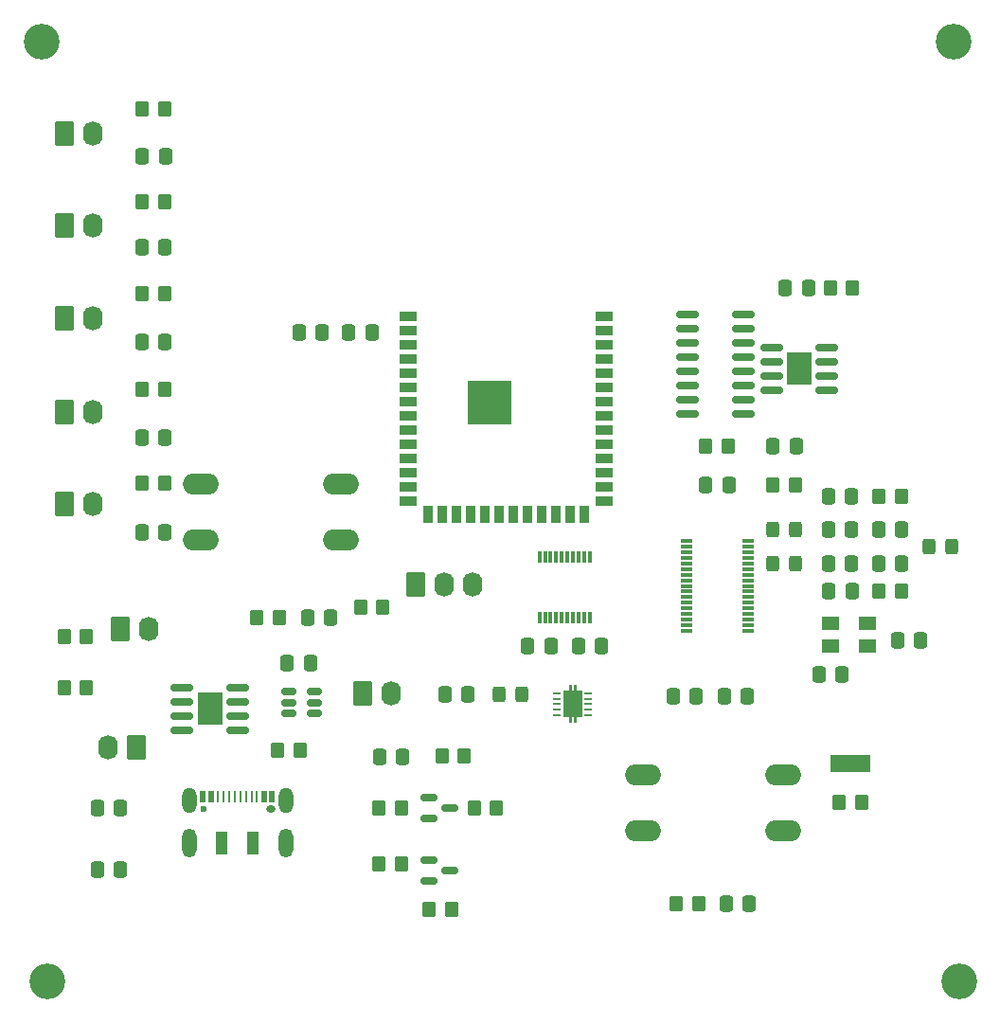
<source format=gbr>
%TF.GenerationSoftware,KiCad,Pcbnew,9.0.0*%
%TF.CreationDate,2025-03-06T16:27:16-06:00*%
%TF.ProjectId,445 Design Document Schematic,34343520-4465-4736-9967-6e20446f6375,rev?*%
%TF.SameCoordinates,Original*%
%TF.FileFunction,Soldermask,Top*%
%TF.FilePolarity,Negative*%
%FSLAX46Y46*%
G04 Gerber Fmt 4.6, Leading zero omitted, Abs format (unit mm)*
G04 Created by KiCad (PCBNEW 9.0.0) date 2025-03-06 16:27:16*
%MOMM*%
%LPD*%
G01*
G04 APERTURE LIST*
G04 Aperture macros list*
%AMRoundRect*
0 Rectangle with rounded corners*
0 $1 Rounding radius*
0 $2 $3 $4 $5 $6 $7 $8 $9 X,Y pos of 4 corners*
0 Add a 4 corners polygon primitive as box body*
4,1,4,$2,$3,$4,$5,$6,$7,$8,$9,$2,$3,0*
0 Add four circle primitives for the rounded corners*
1,1,$1+$1,$2,$3*
1,1,$1+$1,$4,$5*
1,1,$1+$1,$6,$7*
1,1,$1+$1,$8,$9*
0 Add four rect primitives between the rounded corners*
20,1,$1+$1,$2,$3,$4,$5,0*
20,1,$1+$1,$4,$5,$6,$7,0*
20,1,$1+$1,$6,$7,$8,$9,0*
20,1,$1+$1,$8,$9,$2,$3,0*%
%AMFreePoly0*
4,1,21,-0.125000,1.200000,0.125000,1.200000,0.125000,1.700000,0.375000,1.700000,0.375000,1.200000,0.825000,1.200000,0.825000,-1.200000,0.375000,-1.200000,0.375000,-1.700000,0.125000,-1.700000,0.125000,-1.200000,-0.125000,-1.200000,-0.125000,-1.700000,-0.375000,-1.700000,-0.375000,-1.200000,-0.825000,-1.200000,-0.825000,1.200000,-0.375000,1.200000,-0.375000,1.700000,-0.125000,1.700000,
-0.125000,1.200000,-0.125000,1.200000,$1*%
G04 Aperture macros list end*
%ADD10R,1.500000X0.900000*%
%ADD11R,0.900000X1.500000*%
%ADD12C,0.600000*%
%ADD13R,3.900000X3.900000*%
%ADD14R,1.000000X1.500000*%
%ADD15RoundRect,0.250000X-0.350000X-0.450000X0.350000X-0.450000X0.350000X0.450000X-0.350000X0.450000X0*%
%ADD16O,3.200000X1.900000*%
%ADD17RoundRect,0.250000X-0.337500X-0.475000X0.337500X-0.475000X0.337500X0.475000X-0.337500X0.475000X0*%
%ADD18R,0.300000X1.100000*%
%ADD19O,1.740000X2.190000*%
%ADD20RoundRect,0.250000X-0.620000X-0.845000X0.620000X-0.845000X0.620000X0.845000X-0.620000X0.845000X0*%
%ADD21RoundRect,0.250000X0.350000X0.450000X-0.350000X0.450000X-0.350000X-0.450000X0.350000X-0.450000X0*%
%ADD22R,2.290000X3.000000*%
%ADD23RoundRect,0.150000X0.825000X0.150000X-0.825000X0.150000X-0.825000X-0.150000X0.825000X-0.150000X0*%
%ADD24RoundRect,0.060000X-0.240000X-0.060000X0.240000X-0.060000X0.240000X0.060000X-0.240000X0.060000X0*%
%ADD25FreePoly0,0.000000*%
%ADD26RoundRect,0.250000X-0.325000X-0.450000X0.325000X-0.450000X0.325000X0.450000X-0.325000X0.450000X0*%
%ADD27RoundRect,0.150000X0.512500X0.150000X-0.512500X0.150000X-0.512500X-0.150000X0.512500X-0.150000X0*%
%ADD28RoundRect,0.250000X0.620000X0.845000X-0.620000X0.845000X-0.620000X-0.845000X0.620000X-0.845000X0*%
%ADD29RoundRect,0.250000X0.337500X0.475000X-0.337500X0.475000X-0.337500X-0.475000X0.337500X-0.475000X0*%
%ADD30R,1.100000X0.300000*%
%ADD31C,3.200000*%
%ADD32R,1.600000X1.300000*%
%ADD33RoundRect,0.150000X-0.587500X-0.150000X0.587500X-0.150000X0.587500X0.150000X-0.587500X0.150000X0*%
%ADD34RoundRect,0.150000X-0.825000X-0.150000X0.825000X-0.150000X0.825000X0.150000X-0.825000X0.150000X0*%
%ADD35O,1.300000X2.600000*%
%ADD36O,1.300000X2.300000*%
%ADD37R,0.520000X1.000000*%
%ADD38R,0.270000X1.000000*%
%ADD39O,0.850000X0.600000*%
%ADD40R,1.000000X2.000000*%
G04 APERTURE END LIST*
%TO.C,JP1*%
G36*
X158500000Y-99250000D02*
G01*
X160100000Y-99250000D01*
X160100000Y-100750000D01*
X158500000Y-100750000D01*
X158500000Y-99250000D01*
G37*
%TD*%
D10*
%TO.C,U5*%
X119750000Y-60000000D03*
X119750000Y-61270000D03*
X119750000Y-62540000D03*
X119750000Y-63810000D03*
X119750000Y-65080000D03*
X119750000Y-66350000D03*
X119750000Y-67620000D03*
X119750000Y-68890000D03*
X119750000Y-70160000D03*
X119750000Y-71430000D03*
X119750000Y-72700000D03*
X119750000Y-73970000D03*
X119750000Y-75240000D03*
X119750000Y-76510000D03*
D11*
X121515000Y-77760000D03*
X122785000Y-77760000D03*
X124055000Y-77760000D03*
X125325000Y-77760000D03*
X126595000Y-77760000D03*
X127865000Y-77760000D03*
X129135000Y-77760000D03*
X130405000Y-77760000D03*
X131675000Y-77760000D03*
X132945000Y-77760000D03*
X134215000Y-77760000D03*
X135485000Y-77760000D03*
D10*
X137250000Y-76510000D03*
X137250000Y-75240000D03*
X137250000Y-73970000D03*
X137250000Y-72700000D03*
X137250000Y-71430000D03*
X137250000Y-70160000D03*
X137250000Y-68890000D03*
X137250000Y-67620000D03*
X137250000Y-66350000D03*
X137250000Y-65080000D03*
X137250000Y-63810000D03*
X137250000Y-62540000D03*
X137250000Y-61270000D03*
X137250000Y-60000000D03*
D12*
X125600000Y-67020000D03*
X125600000Y-68420000D03*
X126300000Y-66320000D03*
X126300000Y-67720000D03*
X126300000Y-69120000D03*
X127000000Y-67020000D03*
D13*
X127000000Y-67720000D03*
D12*
X127000000Y-68420000D03*
X127700000Y-66320000D03*
X127700000Y-67720000D03*
X127700000Y-69120000D03*
X128400000Y-67020000D03*
X128400000Y-68420000D03*
%TD*%
D14*
%TO.C,JP1*%
X160600000Y-100000000D03*
X159300000Y-100000000D03*
X158000000Y-100000000D03*
%TD*%
D15*
%TO.C,R17*%
X160300000Y-103500000D03*
X158300000Y-103500000D03*
%TD*%
%TO.C,R12*%
X106250000Y-87000000D03*
X108250000Y-87000000D03*
%TD*%
D16*
%TO.C,SW1*%
X101250000Y-75000000D03*
X113750000Y-75000000D03*
X101250000Y-80000000D03*
X113750000Y-80000000D03*
%TD*%
D17*
%TO.C,C12*%
X110750000Y-87000000D03*
X112825000Y-87000000D03*
%TD*%
%TO.C,C6*%
X111037500Y-91000000D03*
X108962500Y-91000000D03*
%TD*%
D18*
%TO.C,U8*%
X136000000Y-87000000D03*
X136000000Y-81500000D03*
X135500000Y-87000000D03*
X135500000Y-81500000D03*
X135000000Y-87000000D03*
X135000000Y-81500000D03*
X134500000Y-87000000D03*
X134500000Y-81500000D03*
X134000000Y-87000000D03*
X134000000Y-81500000D03*
X133500000Y-87000000D03*
X133500000Y-81500000D03*
X133000000Y-87000000D03*
X133000000Y-81500000D03*
X132500000Y-87000000D03*
X132500000Y-81500000D03*
X132000000Y-87000000D03*
X132000000Y-81500000D03*
X131500000Y-87000000D03*
X131500000Y-81500000D03*
%TD*%
D17*
%TO.C,C17*%
X134962500Y-89500000D03*
X137037500Y-89500000D03*
%TD*%
%TO.C,C16*%
X130462500Y-89500000D03*
X132537500Y-89500000D03*
%TD*%
%TO.C,C2*%
X98038500Y-53828000D03*
X95963500Y-53828000D03*
%TD*%
D19*
%TO.C,J5*%
X91540000Y-76815000D03*
D20*
X89000000Y-76815000D03*
%TD*%
D21*
%TO.C,R5*%
X96001000Y-74910000D03*
X98001000Y-74910000D03*
%TD*%
%TO.C,R1*%
X96001000Y-41509000D03*
X98001000Y-41509000D03*
%TD*%
D19*
%TO.C,J3*%
X91540000Y-60198000D03*
D20*
X89000000Y-60198000D03*
%TD*%
D17*
%TO.C,C1*%
X98060000Y-45700000D03*
X95985000Y-45700000D03*
%TD*%
D21*
%TO.C,R3*%
X96001000Y-58019000D03*
X98001000Y-58019000D03*
%TD*%
D19*
%TO.C,J1*%
X91540000Y-43688000D03*
D20*
X89000000Y-43688000D03*
%TD*%
D21*
%TO.C,R2*%
X95985000Y-49764000D03*
X97985000Y-49764000D03*
%TD*%
D17*
%TO.C,C4*%
X98038500Y-70846000D03*
X95963500Y-70846000D03*
%TD*%
D19*
%TO.C,J2*%
X91540000Y-51923000D03*
D20*
X89000000Y-51923000D03*
%TD*%
D17*
%TO.C,C5*%
X95963500Y-79355000D03*
X98038500Y-79355000D03*
%TD*%
D19*
%TO.C,J4*%
X91540000Y-68560000D03*
D20*
X89000000Y-68560000D03*
%TD*%
D17*
%TO.C,C3*%
X98038500Y-62337000D03*
X95963500Y-62337000D03*
%TD*%
D21*
%TO.C,R4*%
X95985000Y-66528000D03*
X97985000Y-66528000D03*
%TD*%
D17*
%TO.C,C18*%
X94037500Y-109500000D03*
X91962500Y-109500000D03*
%TD*%
D20*
%TO.C,J7*%
X115679000Y-93718000D03*
D19*
X118219000Y-93718000D03*
%TD*%
D15*
%TO.C,R6*%
X91000000Y-88630000D03*
X89000000Y-88630000D03*
%TD*%
%TO.C,R8*%
X91000000Y-93202000D03*
X89000000Y-93202000D03*
%TD*%
D19*
%TO.C,D1*%
X96540000Y-88000000D03*
D20*
X94000000Y-88000000D03*
%TD*%
D22*
%TO.C,U7*%
X102025000Y-95095000D03*
D23*
X99550000Y-97000000D03*
X99550000Y-95730000D03*
X99550000Y-94460000D03*
X99550000Y-93190000D03*
X104500000Y-93190000D03*
X104500000Y-94460000D03*
X104500000Y-95730000D03*
X104500000Y-97000000D03*
%TD*%
D24*
%TO.C,U3*%
X133069000Y-93698000D03*
X133069000Y-94198000D03*
X133069000Y-94698000D03*
X133069000Y-95198000D03*
X133069000Y-95698000D03*
X135869000Y-95698000D03*
X135869000Y-95198000D03*
X135869000Y-94698000D03*
X135869000Y-94198000D03*
X135869000Y-93698000D03*
D25*
X134469000Y-94698000D03*
%TD*%
D26*
%TO.C,L1*%
X127853000Y-93825000D03*
X129903000Y-93825000D03*
%TD*%
D15*
%TO.C,R9*%
X108075000Y-98798000D03*
X110075000Y-98798000D03*
%TD*%
D17*
%TO.C,C14*%
X94037500Y-104000000D03*
X91962500Y-104000000D03*
%TD*%
D27*
%TO.C,U2*%
X111350000Y-95491000D03*
X111350000Y-94541000D03*
X111350000Y-93591000D03*
X109075000Y-93591000D03*
X109075000Y-94541000D03*
X109075000Y-95491000D03*
%TD*%
D17*
%TO.C,C8*%
X123045000Y-93825000D03*
X125120000Y-93825000D03*
%TD*%
%TO.C,C15*%
X117203000Y-99413000D03*
X119278000Y-99413000D03*
%TD*%
D15*
%TO.C,R7*%
X122791000Y-99286000D03*
X124791000Y-99286000D03*
%TD*%
D19*
%TO.C,D2*%
X92943000Y-98516000D03*
D28*
X95483000Y-98516000D03*
%TD*%
D19*
%TO.C,J6*%
X125500000Y-84000000D03*
X122960000Y-84000000D03*
D20*
X120420000Y-84000000D03*
%TD*%
D29*
%TO.C,C7*%
X148000000Y-94000000D03*
X150075000Y-94000000D03*
%TD*%
%TO.C,C9*%
X143428000Y-94000000D03*
X145503000Y-94000000D03*
%TD*%
D30*
%TO.C,U4*%
X144626000Y-88124000D03*
X150126000Y-88124000D03*
X144626000Y-87624000D03*
X150126000Y-87624000D03*
X144626000Y-87124000D03*
X150126000Y-87124000D03*
X144626000Y-86624000D03*
X150126000Y-86624000D03*
X144626000Y-86124000D03*
X150126000Y-86124000D03*
X144626000Y-85624000D03*
X150126000Y-85624000D03*
X144626000Y-85124000D03*
X150126000Y-85124000D03*
X144626000Y-84624000D03*
X150126000Y-84624000D03*
X144626000Y-84124000D03*
X150126000Y-84124000D03*
X144626000Y-83624000D03*
X150126000Y-83624000D03*
X144626000Y-83124000D03*
X150126000Y-83124000D03*
X144626000Y-82624000D03*
X150126000Y-82624000D03*
X144626000Y-82124000D03*
X150126000Y-82124000D03*
X144626000Y-81624000D03*
X150126000Y-81624000D03*
X144626000Y-81124000D03*
X150126000Y-81124000D03*
X144626000Y-80624000D03*
X150126000Y-80624000D03*
X144626000Y-80124000D03*
X150126000Y-80124000D03*
%TD*%
D23*
%TO.C,U9*%
X157200000Y-66614000D03*
X157200000Y-65344000D03*
X157200000Y-64074000D03*
X157200000Y-62804000D03*
X152250000Y-62804000D03*
X152250000Y-64074000D03*
X152250000Y-65344000D03*
X152250000Y-66614000D03*
D22*
X154725000Y-64709000D03*
%TD*%
D31*
%TO.C,H1*%
X168500000Y-35500000D03*
%TD*%
%TO.C,H2*%
X87000000Y-35500000D03*
%TD*%
%TO.C,H3*%
X169000000Y-119500000D03*
%TD*%
%TO.C,H4*%
X87500000Y-119500000D03*
%TD*%
D17*
%TO.C,C19*%
X155537500Y-57500000D03*
X153462500Y-57500000D03*
%TD*%
D15*
%TO.C,R18*%
X159500000Y-57500000D03*
X157500000Y-57500000D03*
%TD*%
D32*
%TO.C,Y1*%
X157500000Y-89500000D03*
X160800000Y-89500000D03*
X160800000Y-87500000D03*
X157500000Y-87500000D03*
%TD*%
D16*
%TO.C,SW2*%
X140750000Y-101000000D03*
X153250000Y-101000000D03*
X140750000Y-106000000D03*
X153250000Y-106000000D03*
%TD*%
D15*
%TO.C,R22*%
X161876000Y-84624000D03*
X163876000Y-84624000D03*
%TD*%
%TO.C,R21*%
X161876000Y-76124000D03*
X163876000Y-76124000D03*
%TD*%
%TO.C,R20*%
X152376000Y-75124000D03*
X154376000Y-75124000D03*
%TD*%
%TO.C,R19*%
X146376000Y-71624000D03*
X148376000Y-71624000D03*
%TD*%
%TO.C,R16*%
X143750000Y-112500000D03*
X145750000Y-112500000D03*
%TD*%
%TO.C,R15*%
X121651470Y-113000000D03*
X123651470Y-113000000D03*
%TD*%
D21*
%TO.C,R14*%
X127651470Y-104000000D03*
X125651470Y-104000000D03*
%TD*%
D15*
%TO.C,R13*%
X115500000Y-86000000D03*
X117500000Y-86000000D03*
%TD*%
D21*
%TO.C,R11*%
X119151470Y-109000000D03*
X117151470Y-109000000D03*
%TD*%
%TO.C,R10*%
X119151470Y-104000000D03*
X117151470Y-104000000D03*
%TD*%
D33*
%TO.C,Q2*%
X121651470Y-108600000D03*
X121651470Y-110500000D03*
X123526470Y-109550000D03*
%TD*%
%TO.C,Q1*%
X121651470Y-103050000D03*
X121651470Y-104950000D03*
X123526470Y-104000000D03*
%TD*%
D26*
%TO.C,L4*%
X166351000Y-80624000D03*
X168401000Y-80624000D03*
%TD*%
%TO.C,L3*%
X152376000Y-82124000D03*
X154426000Y-82124000D03*
%TD*%
%TO.C,L2*%
X152376000Y-79124000D03*
X154426000Y-79124000D03*
%TD*%
D29*
%TO.C,C29*%
X163913500Y-82124000D03*
X161838500Y-82124000D03*
%TD*%
D17*
%TO.C,C28*%
X161838500Y-79124000D03*
X163913500Y-79124000D03*
%TD*%
%TO.C,C27*%
X157376000Y-84624000D03*
X159451000Y-84624000D03*
%TD*%
%TO.C,C26*%
X157338500Y-76124000D03*
X159413500Y-76124000D03*
%TD*%
%TO.C,C25*%
X157338500Y-79124000D03*
X159413500Y-79124000D03*
%TD*%
D29*
%TO.C,C24*%
X159413500Y-82124000D03*
X157338500Y-82124000D03*
%TD*%
D17*
%TO.C,C23*%
X152376000Y-71624000D03*
X154451000Y-71624000D03*
%TD*%
%TO.C,C22*%
X146376000Y-75124000D03*
X148451000Y-75124000D03*
%TD*%
%TO.C,C21*%
X156500000Y-92000000D03*
X158575000Y-92000000D03*
%TD*%
D29*
%TO.C,C20*%
X165575000Y-89000000D03*
X163500000Y-89000000D03*
%TD*%
D17*
%TO.C,C13*%
X148175000Y-112500000D03*
X150250000Y-112500000D03*
%TD*%
%TO.C,C11*%
X114462500Y-61500000D03*
X116537500Y-61500000D03*
%TD*%
%TO.C,C10*%
X110000000Y-61500000D03*
X112075000Y-61500000D03*
%TD*%
D34*
%TO.C,U6*%
X149725000Y-59859000D03*
X149725000Y-61129000D03*
X149725000Y-62399000D03*
X149725000Y-63669000D03*
X149725000Y-64939000D03*
X149725000Y-66209000D03*
X149725000Y-67479000D03*
X149725000Y-68749000D03*
X144775000Y-68749000D03*
X144775000Y-67479000D03*
X144775000Y-66209000D03*
X144775000Y-64939000D03*
X144775000Y-63669000D03*
X144775000Y-62399000D03*
X144775000Y-61129000D03*
X144775000Y-59859000D03*
%TD*%
D35*
%TO.C,P2*%
X108820000Y-107150000D03*
D36*
X108820000Y-103325000D03*
D35*
X100180000Y-107150000D03*
D36*
X100180000Y-103325000D03*
D37*
X101400000Y-102950000D03*
X102150000Y-102950000D03*
D38*
X103250000Y-102950000D03*
X103750000Y-102950000D03*
X104750000Y-102950000D03*
X105750000Y-102950000D03*
D37*
X106850000Y-102950000D03*
X107600000Y-102950000D03*
X107600000Y-102950000D03*
X106850000Y-102950000D03*
D38*
X106250000Y-102950000D03*
X105250000Y-102950000D03*
X104250000Y-102950000D03*
X102750000Y-102950000D03*
D37*
X102150000Y-102950000D03*
X101400000Y-102950000D03*
D39*
X107500000Y-104050000D03*
D40*
X105900000Y-107150000D03*
X103100000Y-107150000D03*
D12*
X101500000Y-104050000D03*
%TD*%
M02*

</source>
